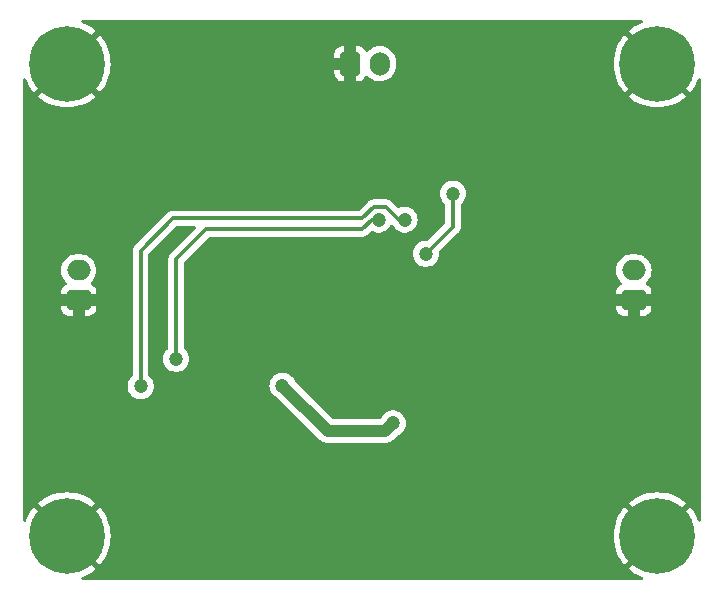
<source format=gbr>
%TF.GenerationSoftware,KiCad,Pcbnew,(7.0.0)*%
%TF.CreationDate,2023-02-19T13:16:31+01:00*%
%TF.ProjectId,TP microcontroleur,5450206d-6963-4726-9f63-6f6e74726f6c,rev?*%
%TF.SameCoordinates,Original*%
%TF.FileFunction,Copper,L2,Bot*%
%TF.FilePolarity,Positive*%
%FSLAX46Y46*%
G04 Gerber Fmt 4.6, Leading zero omitted, Abs format (unit mm)*
G04 Created by KiCad (PCBNEW (7.0.0)) date 2023-02-19 13:16:31*
%MOMM*%
%LPD*%
G01*
G04 APERTURE LIST*
G04 Aperture macros list*
%AMRoundRect*
0 Rectangle with rounded corners*
0 $1 Rounding radius*
0 $2 $3 $4 $5 $6 $7 $8 $9 X,Y pos of 4 corners*
0 Add a 4 corners polygon primitive as box body*
4,1,4,$2,$3,$4,$5,$6,$7,$8,$9,$2,$3,0*
0 Add four circle primitives for the rounded corners*
1,1,$1+$1,$2,$3*
1,1,$1+$1,$4,$5*
1,1,$1+$1,$6,$7*
1,1,$1+$1,$8,$9*
0 Add four rect primitives between the rounded corners*
20,1,$1+$1,$2,$3,$4,$5,0*
20,1,$1+$1,$4,$5,$6,$7,0*
20,1,$1+$1,$6,$7,$8,$9,0*
20,1,$1+$1,$8,$9,$2,$3,0*%
G04 Aperture macros list end*
%TA.AperFunction,ComponentPad*%
%ADD10RoundRect,0.250000X-0.600000X-0.750000X0.600000X-0.750000X0.600000X0.750000X-0.600000X0.750000X0*%
%TD*%
%TA.AperFunction,ComponentPad*%
%ADD11O,1.700000X2.000000*%
%TD*%
%TA.AperFunction,ComponentPad*%
%ADD12RoundRect,0.250000X0.750000X-0.600000X0.750000X0.600000X-0.750000X0.600000X-0.750000X-0.600000X0*%
%TD*%
%TA.AperFunction,ComponentPad*%
%ADD13O,2.000000X1.700000*%
%TD*%
%TA.AperFunction,ComponentPad*%
%ADD14C,6.400000*%
%TD*%
%TA.AperFunction,ViaPad*%
%ADD15C,1.200000*%
%TD*%
%TA.AperFunction,Conductor*%
%ADD16C,1.000000*%
%TD*%
%TA.AperFunction,Conductor*%
%ADD17C,0.300000*%
%TD*%
G04 APERTURE END LIST*
D10*
%TO.P,J2,1,Pin_1*%
%TO.N,GND*%
X112000000Y-122000000D03*
D11*
%TO.P,J2,2,Pin_2*%
%TO.N,+5V*%
X114499999Y-121999999D03*
%TD*%
D12*
%TO.P,J4,1,Pin_1*%
%TO.N,GND*%
X136000000Y-142000000D03*
D13*
%TO.P,J4,2,Pin_2*%
%TO.N,DAC_OUT*%
X135999999Y-139499999D03*
%TD*%
D14*
%TO.P,H4,1,1*%
%TO.N,GND*%
X88000000Y-162000000D03*
%TD*%
%TO.P,H3,1,1*%
%TO.N,GND*%
X138000000Y-162000000D03*
%TD*%
%TO.P,H2,1,1*%
%TO.N,GND*%
X138000000Y-122000000D03*
%TD*%
D12*
%TO.P,J3,1,Pin_1*%
%TO.N,GND*%
X89000000Y-142000000D03*
D13*
%TO.P,J3,2,Pin_2*%
%TO.N,ADC_IN1*%
X88999999Y-139499999D03*
%TD*%
D14*
%TO.P,H1,1,1*%
%TO.N,GND*%
X88000000Y-122000000D03*
%TD*%
D15*
%TO.N,SWDIO*%
X116599503Y-135200000D03*
%TO.N,SWDCLK*%
X114400000Y-135200000D03*
%TO.N,GND*%
X102400000Y-139300000D03*
X106600000Y-153000000D03*
X103600000Y-138400000D03*
%TO.N,TIM2_CH1*%
X120700000Y-133000000D03*
X118400000Y-138100000D03*
%TO.N,+3.3VA*%
X115600000Y-152459548D03*
X106250000Y-149250000D03*
%TO.N,GND*%
X112750000Y-158000000D03*
X105400000Y-151900000D03*
%TO.N,SWDIO*%
X94250000Y-149300000D03*
%TO.N,SWDCLK*%
X97250000Y-147000000D03*
%TD*%
D16*
%TO.N,GND*%
X89000000Y-142000000D02*
X89000000Y-143500000D01*
X89000000Y-142000000D02*
X87400000Y-142000000D01*
X89000000Y-142000000D02*
X90600000Y-142000000D01*
X136000000Y-142000000D02*
X136000000Y-143400000D01*
X136000000Y-142000000D02*
X134100000Y-142000000D01*
X136000000Y-142000000D02*
X137600000Y-142000000D01*
X112000000Y-122000000D02*
X112000000Y-123500000D01*
X112000000Y-122000000D02*
X110700000Y-122000000D01*
X112000000Y-122000000D02*
X112000000Y-120600000D01*
D17*
%TO.N,SWDIO*%
X116100000Y-135200000D02*
X116599503Y-135200000D01*
X113965075Y-134150000D02*
X115050000Y-134150000D01*
X113015075Y-135100000D02*
X113965075Y-134150000D01*
X115050000Y-134150000D02*
X116100000Y-135200000D01*
X97000000Y-135100000D02*
X113015075Y-135100000D01*
X94250000Y-137850000D02*
X97000000Y-135100000D01*
X94250000Y-149300000D02*
X94250000Y-137850000D01*
%TO.N,SWDCLK*%
X113000000Y-136000000D02*
X113800000Y-135200000D01*
X113800000Y-135200000D02*
X114400000Y-135200000D01*
X97250000Y-138550000D02*
X99800000Y-136000000D01*
X99800000Y-136000000D02*
X113000000Y-136000000D01*
X97250000Y-147000000D02*
X97250000Y-138550000D01*
%TO.N,TIM2_CH1*%
X120700000Y-135800000D02*
X120700000Y-133000000D01*
X118400000Y-138100000D02*
X120700000Y-135800000D01*
D16*
%TO.N,+3.3VA*%
X110100000Y-153100000D02*
X106250000Y-149250000D01*
X114959548Y-153100000D02*
X110100000Y-153100000D01*
X115600000Y-152459548D02*
X114959548Y-153100000D01*
%TD*%
%TA.AperFunction,Conductor*%
%TO.N,GND*%
G36*
X136644296Y-118300353D02*
G01*
X136709632Y-118318971D01*
X136755352Y-118369224D01*
X136767729Y-118436026D01*
X136743048Y-118499324D01*
X136688718Y-118540116D01*
X136496040Y-118614079D01*
X136490116Y-118616716D01*
X136150354Y-118789833D01*
X136144733Y-118793079D01*
X135824939Y-119000756D01*
X135819678Y-119004578D01*
X135578194Y-119200127D01*
X135570305Y-119211393D01*
X135576971Y-119223418D01*
X140776580Y-124423027D01*
X140788606Y-124429693D01*
X140799870Y-124421806D01*
X140995425Y-124180315D01*
X140999242Y-124175061D01*
X141206920Y-123855266D01*
X141210166Y-123849645D01*
X141383283Y-123509883D01*
X141385920Y-123503959D01*
X141459736Y-123311665D01*
X141500530Y-123257333D01*
X141563831Y-123232653D01*
X141630635Y-123245035D01*
X141680887Y-123290761D01*
X141699500Y-123356103D01*
X141699500Y-160643897D01*
X141680887Y-160709239D01*
X141630635Y-160754965D01*
X141563831Y-160767347D01*
X141500530Y-160742667D01*
X141459736Y-160688335D01*
X141385920Y-160496040D01*
X141383283Y-160490116D01*
X141210166Y-160150354D01*
X141206920Y-160144733D01*
X140999242Y-159824938D01*
X140995425Y-159819684D01*
X140799869Y-159578191D01*
X140788606Y-159570305D01*
X140776580Y-159576971D01*
X138000000Y-162353553D01*
X135576971Y-164776580D01*
X135570305Y-164788606D01*
X135578191Y-164799869D01*
X135819684Y-164995425D01*
X135824938Y-164999242D01*
X136144733Y-165206920D01*
X136150354Y-165210166D01*
X136490116Y-165383283D01*
X136496040Y-165385920D01*
X136688335Y-165459736D01*
X136742667Y-165500530D01*
X136767347Y-165563831D01*
X136754965Y-165630635D01*
X136709239Y-165680887D01*
X136643897Y-165699500D01*
X89356103Y-165699500D01*
X89290761Y-165680887D01*
X89245035Y-165630635D01*
X89232653Y-165563831D01*
X89257333Y-165500530D01*
X89311665Y-165459736D01*
X89503959Y-165385920D01*
X89509883Y-165383283D01*
X89849645Y-165210166D01*
X89855266Y-165206920D01*
X90175061Y-164999242D01*
X90180315Y-164995425D01*
X90421806Y-164799870D01*
X90429693Y-164788606D01*
X90423027Y-164776580D01*
X87646446Y-161999999D01*
X88358431Y-161999999D01*
X88365095Y-162011542D01*
X90776580Y-164423027D01*
X90788606Y-164429693D01*
X90799870Y-164421806D01*
X90995425Y-164180315D01*
X90999242Y-164175061D01*
X91206920Y-163855266D01*
X91210166Y-163849645D01*
X91383283Y-163509883D01*
X91385920Y-163503959D01*
X91522578Y-163147955D01*
X91524577Y-163141802D01*
X91623273Y-162773462D01*
X91624621Y-162767120D01*
X91684273Y-162390491D01*
X91684950Y-162384048D01*
X91704908Y-162003244D01*
X134295092Y-162003244D01*
X134315049Y-162384048D01*
X134315726Y-162390491D01*
X134375378Y-162767120D01*
X134376726Y-162773462D01*
X134475422Y-163141802D01*
X134477421Y-163147955D01*
X134614079Y-163503959D01*
X134616716Y-163509883D01*
X134789833Y-163849645D01*
X134793079Y-163855266D01*
X135000757Y-164175061D01*
X135004574Y-164180315D01*
X135200129Y-164421807D01*
X135211392Y-164429693D01*
X135223418Y-164423027D01*
X137634904Y-162011542D01*
X137641568Y-161999999D01*
X137634904Y-161988457D01*
X135223418Y-159576971D01*
X135211393Y-159570305D01*
X135200127Y-159578194D01*
X135004578Y-159819678D01*
X135000756Y-159824939D01*
X134793079Y-160144733D01*
X134789833Y-160150354D01*
X134616716Y-160490116D01*
X134614079Y-160496040D01*
X134477421Y-160852044D01*
X134475422Y-160858197D01*
X134376726Y-161226537D01*
X134375378Y-161232879D01*
X134315726Y-161609508D01*
X134315049Y-161615951D01*
X134295092Y-161996756D01*
X134295092Y-162003244D01*
X91704908Y-162003244D01*
X91704908Y-161996756D01*
X91684950Y-161615951D01*
X91684273Y-161609508D01*
X91624621Y-161232879D01*
X91623273Y-161226537D01*
X91524577Y-160858197D01*
X91522578Y-160852044D01*
X91385920Y-160496040D01*
X91383283Y-160490116D01*
X91210166Y-160150354D01*
X91206920Y-160144733D01*
X90999242Y-159824938D01*
X90995425Y-159819684D01*
X90799869Y-159578191D01*
X90788606Y-159570305D01*
X90776580Y-159576971D01*
X88365095Y-161988457D01*
X88358431Y-161999999D01*
X87646446Y-161999999D01*
X85223418Y-159576971D01*
X85211393Y-159570305D01*
X85200127Y-159578194D01*
X85004578Y-159819678D01*
X85000756Y-159824939D01*
X84793079Y-160144733D01*
X84789833Y-160150354D01*
X84616716Y-160490116D01*
X84614079Y-160496040D01*
X84540264Y-160688335D01*
X84499470Y-160742667D01*
X84436169Y-160767347D01*
X84369365Y-160754965D01*
X84319113Y-160709239D01*
X84300500Y-160643897D01*
X84300500Y-159211393D01*
X85570305Y-159211393D01*
X85576971Y-159223418D01*
X87988457Y-161634904D01*
X88000000Y-161641568D01*
X88011542Y-161634904D01*
X90423027Y-159223418D01*
X90429692Y-159211393D01*
X135570305Y-159211393D01*
X135576971Y-159223418D01*
X137988457Y-161634904D01*
X138000000Y-161641568D01*
X138011542Y-161634904D01*
X140423027Y-159223418D01*
X140429693Y-159211392D01*
X140421807Y-159200129D01*
X140180315Y-159004574D01*
X140175061Y-159000757D01*
X139855266Y-158793079D01*
X139849645Y-158789833D01*
X139509883Y-158616716D01*
X139503959Y-158614079D01*
X139147955Y-158477421D01*
X139141802Y-158475422D01*
X138773462Y-158376726D01*
X138767120Y-158375378D01*
X138390491Y-158315726D01*
X138384048Y-158315049D01*
X138003244Y-158295092D01*
X137996756Y-158295092D01*
X137615951Y-158315049D01*
X137609508Y-158315726D01*
X137232879Y-158375378D01*
X137226537Y-158376726D01*
X136858197Y-158475422D01*
X136852044Y-158477421D01*
X136496040Y-158614079D01*
X136490116Y-158616716D01*
X136150354Y-158789833D01*
X136144733Y-158793079D01*
X135824939Y-159000756D01*
X135819678Y-159004578D01*
X135578194Y-159200127D01*
X135570305Y-159211393D01*
X90429692Y-159211393D01*
X90429693Y-159211392D01*
X90421807Y-159200129D01*
X90180315Y-159004574D01*
X90175061Y-159000757D01*
X89855266Y-158793079D01*
X89849645Y-158789833D01*
X89509883Y-158616716D01*
X89503959Y-158614079D01*
X89147955Y-158477421D01*
X89141802Y-158475422D01*
X88773462Y-158376726D01*
X88767120Y-158375378D01*
X88390491Y-158315726D01*
X88384048Y-158315049D01*
X88003244Y-158295092D01*
X87996756Y-158295092D01*
X87615951Y-158315049D01*
X87609508Y-158315726D01*
X87232879Y-158375378D01*
X87226537Y-158376726D01*
X86858197Y-158475422D01*
X86852044Y-158477421D01*
X86496040Y-158614079D01*
X86490116Y-158616716D01*
X86150354Y-158789833D01*
X86144733Y-158793079D01*
X85824939Y-159000756D01*
X85819678Y-159004578D01*
X85578194Y-159200127D01*
X85570305Y-159211393D01*
X84300500Y-159211393D01*
X84300500Y-149300000D01*
X93144785Y-149300000D01*
X93145314Y-149305709D01*
X93159481Y-149458604D01*
X93163603Y-149503083D01*
X93165171Y-149508594D01*
X93165173Y-149508604D01*
X93217847Y-149693731D01*
X93217849Y-149693737D01*
X93219418Y-149699250D01*
X93310327Y-149881821D01*
X93313779Y-149886392D01*
X93429778Y-150040001D01*
X93429783Y-150040006D01*
X93433236Y-150044579D01*
X93437472Y-150048440D01*
X93437476Y-150048445D01*
X93532420Y-150134997D01*
X93583959Y-150181981D01*
X93757363Y-150289348D01*
X93947544Y-150363024D01*
X94148024Y-150400500D01*
X94346247Y-150400500D01*
X94351976Y-150400500D01*
X94552456Y-150363024D01*
X94742637Y-150289348D01*
X94916041Y-150181981D01*
X95066764Y-150044579D01*
X95189673Y-149881821D01*
X95280582Y-149699250D01*
X95336397Y-149503083D01*
X95355215Y-149300000D01*
X95350582Y-149250000D01*
X105144785Y-149250000D01*
X105163603Y-149453083D01*
X105165171Y-149458594D01*
X105165173Y-149458604D01*
X105217847Y-149643731D01*
X105217849Y-149643737D01*
X105219418Y-149649250D01*
X105310327Y-149831821D01*
X105313779Y-149836392D01*
X105429778Y-149990001D01*
X105429783Y-149990006D01*
X105433236Y-149994579D01*
X105437472Y-149998440D01*
X105437476Y-149998445D01*
X105488083Y-150044579D01*
X105583959Y-150131981D01*
X105757363Y-150239348D01*
X105762704Y-150241417D01*
X105762708Y-150241419D01*
X105842446Y-150272309D01*
X105885334Y-150300255D01*
X109382431Y-153797351D01*
X109384624Y-153799600D01*
X109444941Y-153863053D01*
X109450100Y-153866644D01*
X109450104Y-153866647D01*
X109493362Y-153896755D01*
X109500871Y-153902416D01*
X109546593Y-153939698D01*
X109552171Y-153942611D01*
X109552170Y-153942611D01*
X109573556Y-153953782D01*
X109586980Y-153961915D01*
X109611951Y-153979295D01*
X109666163Y-154002559D01*
X109674673Y-154006601D01*
X109726951Y-154033909D01*
X109756195Y-154042276D01*
X109770979Y-154047539D01*
X109798942Y-154059540D01*
X109856727Y-154071414D01*
X109865869Y-154073657D01*
X109922582Y-154089886D01*
X109928857Y-154090363D01*
X109928858Y-154090364D01*
X109932331Y-154090628D01*
X109952915Y-154092195D01*
X109968459Y-154094376D01*
X109992096Y-154099234D01*
X109992100Y-154099234D01*
X109998259Y-154100500D01*
X110057244Y-154100500D01*
X110066660Y-154100858D01*
X110125476Y-154105337D01*
X110155651Y-154101493D01*
X110171317Y-154100500D01*
X114945270Y-154100500D01*
X114948410Y-154100539D01*
X115035911Y-154102757D01*
X115094006Y-154092344D01*
X115103287Y-154091042D01*
X115161986Y-154085074D01*
X115191012Y-154075966D01*
X115206261Y-154072224D01*
X115236201Y-154066858D01*
X115290971Y-154044980D01*
X115299851Y-154041818D01*
X115319542Y-154035640D01*
X115356136Y-154024159D01*
X115382742Y-154009390D01*
X115396910Y-154002662D01*
X115425165Y-153991377D01*
X115474439Y-153958902D01*
X115482458Y-153954043D01*
X115534050Y-153925409D01*
X115545509Y-153915570D01*
X115557131Y-153905594D01*
X115569673Y-153896137D01*
X115595067Y-153879402D01*
X115636779Y-153837688D01*
X115643680Y-153831293D01*
X115688443Y-153792866D01*
X115707072Y-153768798D01*
X115717432Y-153757035D01*
X115964666Y-153509801D01*
X116007552Y-153481857D01*
X116087288Y-153450968D01*
X116087286Y-153450968D01*
X116092637Y-153448896D01*
X116266041Y-153341529D01*
X116416764Y-153204127D01*
X116539673Y-153041369D01*
X116630582Y-152858798D01*
X116686397Y-152662631D01*
X116705215Y-152459548D01*
X116686397Y-152256465D01*
X116630582Y-152060298D01*
X116539673Y-151877727D01*
X116491176Y-151813507D01*
X116420221Y-151719546D01*
X116420217Y-151719542D01*
X116416764Y-151714969D01*
X116412527Y-151711106D01*
X116412523Y-151711102D01*
X116270275Y-151581427D01*
X116270276Y-151581427D01*
X116266041Y-151577567D01*
X116261171Y-151574552D01*
X116261169Y-151574550D01*
X116097511Y-151473218D01*
X116097512Y-151473218D01*
X116092637Y-151470200D01*
X116087294Y-151468130D01*
X115907803Y-151398595D01*
X115907798Y-151398593D01*
X115902456Y-151396524D01*
X115896818Y-151395470D01*
X115707605Y-151360100D01*
X115707602Y-151360099D01*
X115701976Y-151359048D01*
X115498024Y-151359048D01*
X115492398Y-151360099D01*
X115492394Y-151360100D01*
X115303181Y-151395470D01*
X115303178Y-151395470D01*
X115297544Y-151396524D01*
X115292203Y-151398592D01*
X115292196Y-151398595D01*
X115112705Y-151468130D01*
X115112700Y-151468132D01*
X115107363Y-151470200D01*
X115102491Y-151473216D01*
X115102488Y-151473218D01*
X114938830Y-151574550D01*
X114938822Y-151574555D01*
X114933959Y-151577567D01*
X114929728Y-151581423D01*
X114929724Y-151581427D01*
X114787476Y-151711102D01*
X114787466Y-151711112D01*
X114783236Y-151714969D01*
X114779787Y-151719535D01*
X114779778Y-151719546D01*
X114663779Y-151873155D01*
X114663776Y-151873159D01*
X114660327Y-151877727D01*
X114657774Y-151882852D01*
X114657772Y-151882857D01*
X114584121Y-152030771D01*
X114538399Y-152080927D01*
X114473121Y-152099500D01*
X110565783Y-152099500D01*
X110518330Y-152090061D01*
X110478102Y-152063181D01*
X107307582Y-148892662D01*
X107280822Y-148851594D01*
X107280582Y-148850750D01*
X107189673Y-148668179D01*
X107107979Y-148559998D01*
X107070221Y-148509998D01*
X107070217Y-148509994D01*
X107066764Y-148505421D01*
X107062527Y-148501558D01*
X107062523Y-148501554D01*
X106920275Y-148371879D01*
X106920276Y-148371879D01*
X106916041Y-148368019D01*
X106911171Y-148365004D01*
X106911169Y-148365002D01*
X106747511Y-148263670D01*
X106747512Y-148263670D01*
X106742637Y-148260652D01*
X106737294Y-148258582D01*
X106557803Y-148189047D01*
X106557798Y-148189045D01*
X106552456Y-148186976D01*
X106546818Y-148185922D01*
X106357605Y-148150552D01*
X106357602Y-148150551D01*
X106351976Y-148149500D01*
X106148024Y-148149500D01*
X106142398Y-148150551D01*
X106142394Y-148150552D01*
X105953181Y-148185922D01*
X105953178Y-148185922D01*
X105947544Y-148186976D01*
X105942203Y-148189044D01*
X105942196Y-148189047D01*
X105762705Y-148258582D01*
X105762700Y-148258584D01*
X105757363Y-148260652D01*
X105752491Y-148263668D01*
X105752488Y-148263670D01*
X105588830Y-148365002D01*
X105588822Y-148365007D01*
X105583959Y-148368019D01*
X105579728Y-148371875D01*
X105579724Y-148371879D01*
X105437476Y-148501554D01*
X105437466Y-148501564D01*
X105433236Y-148505421D01*
X105429787Y-148509987D01*
X105429778Y-148509998D01*
X105313779Y-148663607D01*
X105313776Y-148663611D01*
X105310327Y-148668179D01*
X105307774Y-148673304D01*
X105307772Y-148673309D01*
X105221976Y-148845612D01*
X105219418Y-148850750D01*
X105217850Y-148856258D01*
X105217847Y-148856268D01*
X105165173Y-149041395D01*
X105165170Y-149041406D01*
X105163603Y-149046917D01*
X105163073Y-149052627D01*
X105163073Y-149052632D01*
X105158970Y-149096917D01*
X105144785Y-149250000D01*
X95350582Y-149250000D01*
X95336397Y-149096917D01*
X95320599Y-149041395D01*
X95282152Y-148906268D01*
X95280582Y-148900750D01*
X95189673Y-148718179D01*
X95141176Y-148653959D01*
X95070221Y-148559998D01*
X95070217Y-148559994D01*
X95066764Y-148555421D01*
X95062527Y-148551558D01*
X95062523Y-148551554D01*
X94940962Y-148440737D01*
X94911066Y-148399186D01*
X94900500Y-148349100D01*
X94900500Y-138170808D01*
X94909939Y-138123355D01*
X94936819Y-138083127D01*
X97233127Y-135786819D01*
X97273355Y-135759939D01*
X97320808Y-135750500D01*
X98830192Y-135750500D01*
X98886487Y-135764015D01*
X98930510Y-135801615D01*
X98952665Y-135855102D01*
X98948123Y-135912818D01*
X98917873Y-135962181D01*
X96847354Y-138032698D01*
X96838719Y-138040556D01*
X96838639Y-138040621D01*
X96832060Y-138044798D01*
X96826727Y-138050476D01*
X96826722Y-138050481D01*
X96784132Y-138095834D01*
X96781428Y-138098625D01*
X96761089Y-138118965D01*
X96758712Y-138122028D01*
X96758688Y-138122056D01*
X96758363Y-138122476D01*
X96750807Y-138131321D01*
X96724892Y-138158919D01*
X96724887Y-138158924D01*
X96719552Y-138164607D01*
X96715797Y-138171436D01*
X96715789Y-138171448D01*
X96709321Y-138183213D01*
X96698647Y-138199464D01*
X96685638Y-138216236D01*
X96682541Y-138223391D01*
X96682540Y-138223394D01*
X96667506Y-138258133D01*
X96662370Y-138268616D01*
X96644130Y-138301796D01*
X96644127Y-138301802D01*
X96640373Y-138308632D01*
X96638434Y-138316180D01*
X96638431Y-138316190D01*
X96635089Y-138329204D01*
X96628792Y-138347596D01*
X96623464Y-138359910D01*
X96623462Y-138359916D01*
X96620365Y-138367074D01*
X96619145Y-138374772D01*
X96619144Y-138374778D01*
X96613223Y-138412162D01*
X96610855Y-138423593D01*
X96599500Y-138467823D01*
X96599500Y-138475625D01*
X96599500Y-138489046D01*
X96597973Y-138508445D01*
X96595873Y-138521697D01*
X96595872Y-138521704D01*
X96594653Y-138529405D01*
X96595387Y-138537170D01*
X96595387Y-138537172D01*
X96598950Y-138574860D01*
X96599500Y-138586530D01*
X96599500Y-146049100D01*
X96588934Y-146099186D01*
X96559038Y-146140737D01*
X96437476Y-146251554D01*
X96437466Y-146251564D01*
X96433236Y-146255421D01*
X96429787Y-146259987D01*
X96429778Y-146259998D01*
X96313779Y-146413607D01*
X96313776Y-146413611D01*
X96310327Y-146418179D01*
X96307774Y-146423304D01*
X96307772Y-146423309D01*
X96221976Y-146595612D01*
X96219418Y-146600750D01*
X96217850Y-146606258D01*
X96217847Y-146606268D01*
X96165173Y-146791395D01*
X96165170Y-146791406D01*
X96163603Y-146796917D01*
X96144785Y-147000000D01*
X96163603Y-147203083D01*
X96165171Y-147208594D01*
X96165173Y-147208604D01*
X96217847Y-147393731D01*
X96217849Y-147393737D01*
X96219418Y-147399250D01*
X96310327Y-147581821D01*
X96313779Y-147586392D01*
X96429778Y-147740001D01*
X96429783Y-147740006D01*
X96433236Y-147744579D01*
X96437472Y-147748440D01*
X96437476Y-147748445D01*
X96539227Y-147841203D01*
X96583959Y-147881981D01*
X96757363Y-147989348D01*
X96947544Y-148063024D01*
X97148024Y-148100500D01*
X97346247Y-148100500D01*
X97351976Y-148100500D01*
X97552456Y-148063024D01*
X97742637Y-147989348D01*
X97916041Y-147881981D01*
X98066764Y-147744579D01*
X98189673Y-147581821D01*
X98280582Y-147399250D01*
X98336397Y-147203083D01*
X98355215Y-147000000D01*
X98336397Y-146796917D01*
X98280582Y-146600750D01*
X98189673Y-146418179D01*
X98141176Y-146353959D01*
X98070221Y-146259998D01*
X98070217Y-146259994D01*
X98066764Y-146255421D01*
X98062527Y-146251558D01*
X98062523Y-146251554D01*
X97940962Y-146140737D01*
X97911066Y-146099186D01*
X97900500Y-146049100D01*
X97900500Y-142646829D01*
X134500001Y-142646829D01*
X134500321Y-142653111D01*
X134509805Y-142745959D01*
X134512623Y-142759122D01*
X134563370Y-142912267D01*
X134569432Y-142925266D01*
X134653890Y-143062194D01*
X134662794Y-143073455D01*
X134776544Y-143187205D01*
X134787805Y-143196109D01*
X134924733Y-143280567D01*
X134937732Y-143286629D01*
X135090874Y-143337375D01*
X135104041Y-143340194D01*
X135196890Y-143349680D01*
X135203168Y-143350000D01*
X135733674Y-143350000D01*
X135746549Y-143346549D01*
X135750000Y-143333674D01*
X135750000Y-143333673D01*
X136250000Y-143333673D01*
X136253450Y-143346548D01*
X136266326Y-143349999D01*
X136796829Y-143349999D01*
X136803111Y-143349678D01*
X136895959Y-143340194D01*
X136909122Y-143337376D01*
X137062267Y-143286629D01*
X137075266Y-143280567D01*
X137212194Y-143196109D01*
X137223455Y-143187205D01*
X137337205Y-143073455D01*
X137346109Y-143062194D01*
X137430567Y-142925266D01*
X137436629Y-142912267D01*
X137487375Y-142759125D01*
X137490194Y-142745958D01*
X137499680Y-142653109D01*
X137500000Y-142646832D01*
X137500000Y-142266326D01*
X137496549Y-142253450D01*
X137483674Y-142250000D01*
X136266326Y-142250000D01*
X136253450Y-142253450D01*
X136250000Y-142266326D01*
X136250000Y-143333673D01*
X135750000Y-143333673D01*
X135750000Y-142266326D01*
X135746549Y-142253450D01*
X135733674Y-142250000D01*
X134516327Y-142250000D01*
X134503451Y-142253450D01*
X134500001Y-142266326D01*
X134500001Y-142646829D01*
X97900500Y-142646829D01*
X97900500Y-139500000D01*
X134494341Y-139500000D01*
X134514937Y-139735408D01*
X134516336Y-139740630D01*
X134516337Y-139740634D01*
X134574694Y-139958430D01*
X134574697Y-139958438D01*
X134576097Y-139963663D01*
X134675965Y-140177829D01*
X134811505Y-140371401D01*
X134815334Y-140375230D01*
X134959643Y-140519539D01*
X134990222Y-140569930D01*
X134994079Y-140628746D01*
X134970343Y-140682699D01*
X134930357Y-140714797D01*
X134930878Y-140715642D01*
X134787805Y-140803890D01*
X134776544Y-140812794D01*
X134662794Y-140926544D01*
X134653890Y-140937805D01*
X134569432Y-141074733D01*
X134563370Y-141087732D01*
X134512624Y-141240874D01*
X134509805Y-141254041D01*
X134500319Y-141346890D01*
X134500000Y-141353168D01*
X134500000Y-141733674D01*
X134503450Y-141746549D01*
X134516326Y-141750000D01*
X137483673Y-141750000D01*
X137496548Y-141746549D01*
X137499999Y-141733674D01*
X137499999Y-141353171D01*
X137499678Y-141346888D01*
X137490194Y-141254040D01*
X137487376Y-141240877D01*
X137436629Y-141087732D01*
X137430567Y-141074733D01*
X137346109Y-140937805D01*
X137337205Y-140926544D01*
X137223455Y-140812794D01*
X137212194Y-140803890D01*
X137069122Y-140715642D01*
X137069643Y-140714796D01*
X137029659Y-140682704D01*
X137005920Y-140628750D01*
X137009777Y-140569931D01*
X137040352Y-140519543D01*
X137188495Y-140371401D01*
X137324035Y-140177830D01*
X137423903Y-139963663D01*
X137485063Y-139735408D01*
X137505659Y-139500000D01*
X137485063Y-139264592D01*
X137423903Y-139036337D01*
X137324035Y-138822171D01*
X137188495Y-138628599D01*
X137021401Y-138461505D01*
X136950932Y-138412162D01*
X136832268Y-138329073D01*
X136832266Y-138329072D01*
X136827829Y-138325965D01*
X136613663Y-138226097D01*
X136608438Y-138224697D01*
X136608430Y-138224694D01*
X136390634Y-138166337D01*
X136390630Y-138166336D01*
X136385408Y-138164937D01*
X136380020Y-138164465D01*
X136380017Y-138164465D01*
X136211664Y-138149736D01*
X136211662Y-138149735D01*
X136208966Y-138149500D01*
X135791034Y-138149500D01*
X135788338Y-138149735D01*
X135788335Y-138149736D01*
X135619982Y-138164465D01*
X135619977Y-138164465D01*
X135614592Y-138164937D01*
X135609371Y-138166335D01*
X135609365Y-138166337D01*
X135391569Y-138224694D01*
X135391557Y-138224698D01*
X135386337Y-138226097D01*
X135381432Y-138228383D01*
X135381427Y-138228386D01*
X135177081Y-138323675D01*
X135177077Y-138323677D01*
X135172171Y-138325965D01*
X135167738Y-138329068D01*
X135167731Y-138329073D01*
X134983034Y-138458399D01*
X134983029Y-138458402D01*
X134978599Y-138461505D01*
X134974775Y-138465328D01*
X134974769Y-138465334D01*
X134815336Y-138624767D01*
X134815330Y-138624773D01*
X134811505Y-138628599D01*
X134808406Y-138633023D01*
X134808399Y-138633033D01*
X134679066Y-138817740D01*
X134679061Y-138817747D01*
X134675965Y-138822170D01*
X134673683Y-138827061D01*
X134673678Y-138827072D01*
X134578386Y-139031427D01*
X134578383Y-139031432D01*
X134576097Y-139036337D01*
X134574698Y-139041557D01*
X134574694Y-139041569D01*
X134516337Y-139259365D01*
X134516335Y-139259371D01*
X134514937Y-139264592D01*
X134494341Y-139500000D01*
X97900500Y-139500000D01*
X97900500Y-138870808D01*
X97909939Y-138823355D01*
X97936819Y-138783127D01*
X98619946Y-138100000D01*
X117294785Y-138100000D01*
X117295314Y-138105709D01*
X117305555Y-138216236D01*
X117313603Y-138303083D01*
X117315171Y-138308594D01*
X117315173Y-138308604D01*
X117367847Y-138493731D01*
X117367849Y-138493737D01*
X117369418Y-138499250D01*
X117460327Y-138681821D01*
X117463779Y-138686392D01*
X117579778Y-138840001D01*
X117579783Y-138840006D01*
X117583236Y-138844579D01*
X117587472Y-138848440D01*
X117587476Y-138848445D01*
X117689227Y-138941203D01*
X117733959Y-138981981D01*
X117907363Y-139089348D01*
X118097544Y-139163024D01*
X118298024Y-139200500D01*
X118496247Y-139200500D01*
X118501976Y-139200500D01*
X118702456Y-139163024D01*
X118892637Y-139089348D01*
X119066041Y-138981981D01*
X119216764Y-138844579D01*
X119339673Y-138681821D01*
X119430582Y-138499250D01*
X119486397Y-138303083D01*
X119505215Y-138100000D01*
X119494873Y-137988399D01*
X119501713Y-137934851D01*
X119530661Y-137889283D01*
X121102656Y-136317288D01*
X121111291Y-136309432D01*
X121111347Y-136309385D01*
X121117940Y-136305202D01*
X121165897Y-136254131D01*
X121168515Y-136251429D01*
X121188911Y-136231035D01*
X121191610Y-136227554D01*
X121199174Y-136218695D01*
X121230448Y-136185393D01*
X121240674Y-136166790D01*
X121251346Y-136150542D01*
X121264362Y-136133764D01*
X121282495Y-136091857D01*
X121287625Y-136081386D01*
X121309627Y-136041368D01*
X121314906Y-136020802D01*
X121321210Y-136002395D01*
X121322785Y-135998753D01*
X121329635Y-135982927D01*
X121336777Y-135937829D01*
X121339139Y-135926422D01*
X121350500Y-135882177D01*
X121350500Y-135860948D01*
X121352027Y-135841550D01*
X121354125Y-135828303D01*
X121355346Y-135820595D01*
X121351669Y-135781699D01*
X121351050Y-135775147D01*
X121350500Y-135763478D01*
X121350500Y-133950900D01*
X121361066Y-133900814D01*
X121390962Y-133859263D01*
X121512523Y-133748445D01*
X121516764Y-133744579D01*
X121639673Y-133581821D01*
X121730582Y-133399250D01*
X121786397Y-133203083D01*
X121805215Y-133000000D01*
X121786397Y-132796917D01*
X121730582Y-132600750D01*
X121639673Y-132418179D01*
X121591176Y-132353959D01*
X121520221Y-132259998D01*
X121520217Y-132259994D01*
X121516764Y-132255421D01*
X121512527Y-132251558D01*
X121512523Y-132251554D01*
X121370275Y-132121879D01*
X121370276Y-132121879D01*
X121366041Y-132118019D01*
X121361171Y-132115004D01*
X121361169Y-132115002D01*
X121197511Y-132013670D01*
X121197512Y-132013670D01*
X121192637Y-132010652D01*
X121187294Y-132008582D01*
X121007803Y-131939047D01*
X121007798Y-131939045D01*
X121002456Y-131936976D01*
X120996818Y-131935922D01*
X120807605Y-131900552D01*
X120807602Y-131900551D01*
X120801976Y-131899500D01*
X120598024Y-131899500D01*
X120592398Y-131900551D01*
X120592394Y-131900552D01*
X120403181Y-131935922D01*
X120403178Y-131935922D01*
X120397544Y-131936976D01*
X120392203Y-131939044D01*
X120392196Y-131939047D01*
X120212705Y-132008582D01*
X120212700Y-132008584D01*
X120207363Y-132010652D01*
X120202491Y-132013668D01*
X120202488Y-132013670D01*
X120038830Y-132115002D01*
X120038822Y-132115007D01*
X120033959Y-132118019D01*
X120029728Y-132121875D01*
X120029724Y-132121879D01*
X119887476Y-132251554D01*
X119887466Y-132251564D01*
X119883236Y-132255421D01*
X119879787Y-132259987D01*
X119879778Y-132259998D01*
X119763779Y-132413607D01*
X119763776Y-132413611D01*
X119760327Y-132418179D01*
X119757774Y-132423304D01*
X119757772Y-132423309D01*
X119671976Y-132595612D01*
X119669418Y-132600750D01*
X119667850Y-132606258D01*
X119667847Y-132606268D01*
X119615173Y-132791395D01*
X119615170Y-132791406D01*
X119613603Y-132796917D01*
X119594785Y-133000000D01*
X119613603Y-133203083D01*
X119615171Y-133208594D01*
X119615173Y-133208604D01*
X119667847Y-133393731D01*
X119667849Y-133393737D01*
X119669418Y-133399250D01*
X119760327Y-133581821D01*
X119763779Y-133586392D01*
X119879778Y-133740001D01*
X119879783Y-133740006D01*
X119883236Y-133744579D01*
X119887472Y-133748440D01*
X119887476Y-133748445D01*
X120009038Y-133859263D01*
X120038934Y-133900814D01*
X120049500Y-133950900D01*
X120049500Y-135479192D01*
X120040061Y-135526645D01*
X120013181Y-135566873D01*
X118614395Y-136965657D01*
X118563402Y-136996424D01*
X118513483Y-136999315D01*
X118513320Y-137001082D01*
X118507608Y-137000552D01*
X118501976Y-136999500D01*
X118298024Y-136999500D01*
X118292398Y-137000551D01*
X118292394Y-137000552D01*
X118103181Y-137035922D01*
X118103178Y-137035922D01*
X118097544Y-137036976D01*
X118092203Y-137039044D01*
X118092196Y-137039047D01*
X117912705Y-137108582D01*
X117912700Y-137108584D01*
X117907363Y-137110652D01*
X117902491Y-137113668D01*
X117902488Y-137113670D01*
X117738830Y-137215002D01*
X117738822Y-137215007D01*
X117733959Y-137218019D01*
X117729728Y-137221875D01*
X117729724Y-137221879D01*
X117587476Y-137351554D01*
X117587466Y-137351564D01*
X117583236Y-137355421D01*
X117579787Y-137359987D01*
X117579778Y-137359998D01*
X117463779Y-137513607D01*
X117463776Y-137513611D01*
X117460327Y-137518179D01*
X117457774Y-137523304D01*
X117457772Y-137523309D01*
X117382350Y-137674778D01*
X117369418Y-137700750D01*
X117367850Y-137706258D01*
X117367847Y-137706268D01*
X117315173Y-137891395D01*
X117315170Y-137891406D01*
X117313603Y-137896917D01*
X117313073Y-137902627D01*
X117313073Y-137902632D01*
X117296348Y-138083127D01*
X117294785Y-138100000D01*
X98619946Y-138100000D01*
X100033127Y-136686819D01*
X100073355Y-136659939D01*
X100120808Y-136650500D01*
X112918927Y-136650500D01*
X112930596Y-136651050D01*
X112930681Y-136651058D01*
X112938296Y-136652760D01*
X113008262Y-136650560D01*
X113012157Y-136650500D01*
X113037025Y-136650500D01*
X113040925Y-136650500D01*
X113045294Y-136649947D01*
X113056939Y-136649030D01*
X113102569Y-136647597D01*
X113122951Y-136641674D01*
X113141991Y-136637731D01*
X113163058Y-136635071D01*
X113180306Y-136628241D01*
X113205508Y-136618264D01*
X113216557Y-136614480D01*
X113260398Y-136601744D01*
X113278660Y-136590942D01*
X113296136Y-136582380D01*
X113315871Y-136574568D01*
X113352816Y-136547725D01*
X113362558Y-136541326D01*
X113401865Y-136518081D01*
X113416869Y-136503076D01*
X113431664Y-136490438D01*
X113448837Y-136477963D01*
X113477947Y-136442772D01*
X113485790Y-136434154D01*
X113728743Y-136191201D01*
X113775211Y-136161932D01*
X113829766Y-136155604D01*
X113881700Y-136173457D01*
X113907363Y-136189348D01*
X114097544Y-136263024D01*
X114298024Y-136300500D01*
X114496247Y-136300500D01*
X114501976Y-136300500D01*
X114702456Y-136263024D01*
X114892637Y-136189348D01*
X115066041Y-136081981D01*
X115216764Y-135944579D01*
X115339673Y-135781821D01*
X115388753Y-135683252D01*
X115434473Y-135633101D01*
X115499750Y-135614528D01*
X115565028Y-135633101D01*
X115610750Y-135683255D01*
X115659830Y-135781821D01*
X115663282Y-135786392D01*
X115779281Y-135940001D01*
X115779286Y-135940006D01*
X115782739Y-135944579D01*
X115786975Y-135948440D01*
X115786979Y-135948445D01*
X115888730Y-136041203D01*
X115933462Y-136081981D01*
X116106866Y-136189348D01*
X116297047Y-136263024D01*
X116497527Y-136300500D01*
X116695750Y-136300500D01*
X116701479Y-136300500D01*
X116901959Y-136263024D01*
X117092140Y-136189348D01*
X117265544Y-136081981D01*
X117416267Y-135944579D01*
X117539176Y-135781821D01*
X117630085Y-135599250D01*
X117685900Y-135403083D01*
X117704718Y-135200000D01*
X117685900Y-134996917D01*
X117630085Y-134800750D01*
X117539176Y-134618179D01*
X117489397Y-134552261D01*
X117419724Y-134459998D01*
X117419720Y-134459994D01*
X117416267Y-134455421D01*
X117412030Y-134451558D01*
X117412026Y-134451554D01*
X117269778Y-134321879D01*
X117269779Y-134321879D01*
X117265544Y-134318019D01*
X117260674Y-134315004D01*
X117260672Y-134315002D01*
X117097014Y-134213670D01*
X117097015Y-134213670D01*
X117092140Y-134210652D01*
X117086797Y-134208582D01*
X116907306Y-134139047D01*
X116907301Y-134139045D01*
X116901959Y-134136976D01*
X116896321Y-134135922D01*
X116707108Y-134100552D01*
X116707105Y-134100551D01*
X116701479Y-134099500D01*
X116497527Y-134099500D01*
X116491901Y-134100551D01*
X116491897Y-134100552D01*
X116302684Y-134135922D01*
X116302681Y-134135922D01*
X116297047Y-134136976D01*
X116291708Y-134139044D01*
X116291695Y-134139048D01*
X116127234Y-134202760D01*
X116080531Y-134211118D01*
X116034107Y-134201325D01*
X115994760Y-134174814D01*
X115567299Y-133747353D01*
X115559436Y-133738712D01*
X115559382Y-133738647D01*
X115555202Y-133732060D01*
X115504166Y-133684134D01*
X115501369Y-133681423D01*
X115483789Y-133663843D01*
X115481035Y-133661089D01*
X115477956Y-133658701D01*
X115477951Y-133658696D01*
X115477548Y-133658383D01*
X115468669Y-133650799D01*
X115441085Y-133624896D01*
X115441079Y-133624892D01*
X115435393Y-133619552D01*
X115428557Y-133615794D01*
X115428556Y-133615793D01*
X115416794Y-133609327D01*
X115400531Y-133598644D01*
X115389924Y-133590416D01*
X115389922Y-133590415D01*
X115383764Y-133585638D01*
X115376612Y-133582543D01*
X115376607Y-133582540D01*
X115341869Y-133567508D01*
X115331379Y-133562369D01*
X115298207Y-133544132D01*
X115298202Y-133544130D01*
X115291368Y-133540373D01*
X115270796Y-133535090D01*
X115252397Y-133528790D01*
X115240087Y-133523463D01*
X115240081Y-133523461D01*
X115232926Y-133520365D01*
X115225227Y-133519145D01*
X115225222Y-133519144D01*
X115187837Y-133513223D01*
X115176399Y-133510854D01*
X115139735Y-133501440D01*
X115139730Y-133501439D01*
X115132177Y-133499500D01*
X115124375Y-133499500D01*
X115110954Y-133499500D01*
X115091555Y-133497973D01*
X115078302Y-133495873D01*
X115078296Y-133495872D01*
X115070595Y-133494653D01*
X115062829Y-133495387D01*
X115062827Y-133495387D01*
X115025140Y-133498950D01*
X115013470Y-133499500D01*
X114046148Y-133499500D01*
X114034479Y-133498950D01*
X114034392Y-133498941D01*
X114026779Y-133497240D01*
X114018981Y-133497485D01*
X113956813Y-133499439D01*
X113952918Y-133499500D01*
X113924150Y-133499500D01*
X113920282Y-133499988D01*
X113920273Y-133499989D01*
X113919751Y-133500055D01*
X113908134Y-133500968D01*
X113870300Y-133502157D01*
X113870292Y-133502158D01*
X113862506Y-133502403D01*
X113855018Y-133504578D01*
X113855019Y-133504578D01*
X113842124Y-133508324D01*
X113823084Y-133512266D01*
X113809759Y-133513950D01*
X113809752Y-133513951D01*
X113802017Y-133514929D01*
X113794767Y-133517798D01*
X113794764Y-133517800D01*
X113759560Y-133531737D01*
X113748516Y-133535518D01*
X113712169Y-133546078D01*
X113712159Y-133546081D01*
X113704677Y-133548256D01*
X113697968Y-133552223D01*
X113697960Y-133552227D01*
X113686405Y-133559061D01*
X113668937Y-133567618D01*
X113649204Y-133575432D01*
X113642893Y-133580016D01*
X113642889Y-133580019D01*
X113612266Y-133602266D01*
X113602511Y-133608674D01*
X113569926Y-133627946D01*
X113569920Y-133627950D01*
X113563210Y-133631919D01*
X113557694Y-133637434D01*
X113557691Y-133637437D01*
X113548197Y-133646930D01*
X113533413Y-133659557D01*
X113522550Y-133667449D01*
X113522541Y-133667457D01*
X113516238Y-133672037D01*
X113511271Y-133678039D01*
X113511260Y-133678051D01*
X113487130Y-133707219D01*
X113479270Y-133715857D01*
X112781948Y-134413181D01*
X112741720Y-134440061D01*
X112694267Y-134449500D01*
X97081072Y-134449500D01*
X97069403Y-134448950D01*
X97069316Y-134448941D01*
X97061703Y-134447240D01*
X97053905Y-134447485D01*
X96991737Y-134449439D01*
X96987842Y-134449500D01*
X96959075Y-134449500D01*
X96955207Y-134449988D01*
X96955198Y-134449989D01*
X96954676Y-134450055D01*
X96943059Y-134450968D01*
X96905224Y-134452157D01*
X96905216Y-134452158D01*
X96897430Y-134452403D01*
X96889942Y-134454578D01*
X96889943Y-134454578D01*
X96877048Y-134458324D01*
X96858009Y-134462266D01*
X96844683Y-134463950D01*
X96844676Y-134463951D01*
X96836942Y-134464929D01*
X96829694Y-134467798D01*
X96829692Y-134467799D01*
X96794489Y-134481736D01*
X96783443Y-134485517D01*
X96747098Y-134496077D01*
X96747091Y-134496079D01*
X96739601Y-134498256D01*
X96732888Y-134502225D01*
X96732883Y-134502228D01*
X96721329Y-134509061D01*
X96703866Y-134517616D01*
X96691381Y-134522559D01*
X96691370Y-134522564D01*
X96684129Y-134525432D01*
X96677824Y-134530012D01*
X96677825Y-134530012D01*
X96647201Y-134552261D01*
X96637444Y-134558670D01*
X96604848Y-134577948D01*
X96604843Y-134577951D01*
X96598135Y-134581919D01*
X96592619Y-134587434D01*
X96592616Y-134587437D01*
X96583122Y-134596930D01*
X96568338Y-134609557D01*
X96557475Y-134617449D01*
X96557466Y-134617457D01*
X96551163Y-134622037D01*
X96546196Y-134628039D01*
X96546185Y-134628051D01*
X96522055Y-134657219D01*
X96514195Y-134665857D01*
X93847354Y-137332698D01*
X93838719Y-137340556D01*
X93838639Y-137340621D01*
X93832060Y-137344798D01*
X93826727Y-137350476D01*
X93826722Y-137350481D01*
X93784132Y-137395834D01*
X93781428Y-137398625D01*
X93761089Y-137418965D01*
X93758712Y-137422028D01*
X93758688Y-137422056D01*
X93758363Y-137422476D01*
X93750807Y-137431321D01*
X93724892Y-137458919D01*
X93724887Y-137458924D01*
X93719552Y-137464607D01*
X93715797Y-137471436D01*
X93715789Y-137471448D01*
X93709321Y-137483213D01*
X93698647Y-137499464D01*
X93685638Y-137516236D01*
X93682541Y-137523391D01*
X93682540Y-137523394D01*
X93667506Y-137558133D01*
X93662370Y-137568616D01*
X93644130Y-137601796D01*
X93644127Y-137601802D01*
X93640373Y-137608632D01*
X93638434Y-137616180D01*
X93638431Y-137616190D01*
X93635089Y-137629204D01*
X93628792Y-137647596D01*
X93623464Y-137659910D01*
X93623462Y-137659916D01*
X93620365Y-137667074D01*
X93619145Y-137674772D01*
X93619144Y-137674778D01*
X93613223Y-137712162D01*
X93610855Y-137723593D01*
X93599500Y-137767823D01*
X93599500Y-137775625D01*
X93599500Y-137789046D01*
X93597973Y-137808445D01*
X93595873Y-137821697D01*
X93595872Y-137821704D01*
X93594653Y-137829405D01*
X93595387Y-137837170D01*
X93595387Y-137837172D01*
X93598950Y-137874860D01*
X93599500Y-137886530D01*
X93599500Y-148349100D01*
X93588934Y-148399186D01*
X93559038Y-148440737D01*
X93437476Y-148551554D01*
X93437466Y-148551564D01*
X93433236Y-148555421D01*
X93429787Y-148559987D01*
X93429778Y-148559998D01*
X93313779Y-148713607D01*
X93313776Y-148713611D01*
X93310327Y-148718179D01*
X93307774Y-148723304D01*
X93307772Y-148723309D01*
X93223445Y-148892662D01*
X93219418Y-148900750D01*
X93217850Y-148906258D01*
X93217847Y-148906268D01*
X93165173Y-149091395D01*
X93165170Y-149091406D01*
X93163603Y-149096917D01*
X93144785Y-149300000D01*
X84300500Y-149300000D01*
X84300500Y-142646829D01*
X87500001Y-142646829D01*
X87500321Y-142653111D01*
X87509805Y-142745959D01*
X87512623Y-142759122D01*
X87563370Y-142912267D01*
X87569432Y-142925266D01*
X87653890Y-143062194D01*
X87662794Y-143073455D01*
X87776544Y-143187205D01*
X87787805Y-143196109D01*
X87924733Y-143280567D01*
X87937732Y-143286629D01*
X88090874Y-143337375D01*
X88104041Y-143340194D01*
X88196890Y-143349680D01*
X88203168Y-143350000D01*
X88733674Y-143350000D01*
X88746549Y-143346549D01*
X88750000Y-143333674D01*
X88750000Y-143333673D01*
X89250000Y-143333673D01*
X89253450Y-143346548D01*
X89266326Y-143349999D01*
X89796829Y-143349999D01*
X89803111Y-143349678D01*
X89895959Y-143340194D01*
X89909122Y-143337376D01*
X90062267Y-143286629D01*
X90075266Y-143280567D01*
X90212194Y-143196109D01*
X90223455Y-143187205D01*
X90337205Y-143073455D01*
X90346109Y-143062194D01*
X90430567Y-142925266D01*
X90436629Y-142912267D01*
X90487375Y-142759125D01*
X90490194Y-142745958D01*
X90499680Y-142653109D01*
X90500000Y-142646832D01*
X90500000Y-142266326D01*
X90496549Y-142253450D01*
X90483674Y-142250000D01*
X89266326Y-142250000D01*
X89253450Y-142253450D01*
X89250000Y-142266326D01*
X89250000Y-143333673D01*
X88750000Y-143333673D01*
X88750000Y-142266326D01*
X88746549Y-142253450D01*
X88733674Y-142250000D01*
X87516327Y-142250000D01*
X87503451Y-142253450D01*
X87500001Y-142266326D01*
X87500001Y-142646829D01*
X84300500Y-142646829D01*
X84300500Y-139500000D01*
X87494341Y-139500000D01*
X87514937Y-139735408D01*
X87516336Y-139740630D01*
X87516337Y-139740634D01*
X87574694Y-139958430D01*
X87574697Y-139958438D01*
X87576097Y-139963663D01*
X87675965Y-140177829D01*
X87811505Y-140371401D01*
X87815334Y-140375230D01*
X87959643Y-140519539D01*
X87990222Y-140569930D01*
X87994079Y-140628746D01*
X87970343Y-140682699D01*
X87930357Y-140714797D01*
X87930878Y-140715642D01*
X87787805Y-140803890D01*
X87776544Y-140812794D01*
X87662794Y-140926544D01*
X87653890Y-140937805D01*
X87569432Y-141074733D01*
X87563370Y-141087732D01*
X87512624Y-141240874D01*
X87509805Y-141254041D01*
X87500319Y-141346890D01*
X87500000Y-141353168D01*
X87500000Y-141733674D01*
X87503450Y-141746549D01*
X87516326Y-141750000D01*
X90483673Y-141750000D01*
X90496548Y-141746549D01*
X90499999Y-141733674D01*
X90499999Y-141353171D01*
X90499678Y-141346888D01*
X90490194Y-141254040D01*
X90487376Y-141240877D01*
X90436629Y-141087732D01*
X90430567Y-141074733D01*
X90346109Y-140937805D01*
X90337205Y-140926544D01*
X90223455Y-140812794D01*
X90212194Y-140803890D01*
X90069122Y-140715642D01*
X90069643Y-140714796D01*
X90029659Y-140682704D01*
X90005920Y-140628750D01*
X90009777Y-140569931D01*
X90040352Y-140519543D01*
X90188495Y-140371401D01*
X90324035Y-140177830D01*
X90423903Y-139963663D01*
X90485063Y-139735408D01*
X90505659Y-139500000D01*
X90485063Y-139264592D01*
X90423903Y-139036337D01*
X90324035Y-138822171D01*
X90188495Y-138628599D01*
X90021401Y-138461505D01*
X89950932Y-138412162D01*
X89832268Y-138329073D01*
X89832266Y-138329072D01*
X89827829Y-138325965D01*
X89613663Y-138226097D01*
X89608438Y-138224697D01*
X89608430Y-138224694D01*
X89390634Y-138166337D01*
X89390630Y-138166336D01*
X89385408Y-138164937D01*
X89380020Y-138164465D01*
X89380017Y-138164465D01*
X89211664Y-138149736D01*
X89211662Y-138149735D01*
X89208966Y-138149500D01*
X88791034Y-138149500D01*
X88788338Y-138149735D01*
X88788335Y-138149736D01*
X88619982Y-138164465D01*
X88619977Y-138164465D01*
X88614592Y-138164937D01*
X88609371Y-138166335D01*
X88609365Y-138166337D01*
X88391569Y-138224694D01*
X88391557Y-138224698D01*
X88386337Y-138226097D01*
X88381432Y-138228383D01*
X88381427Y-138228386D01*
X88177081Y-138323675D01*
X88177077Y-138323677D01*
X88172171Y-138325965D01*
X88167738Y-138329068D01*
X88167731Y-138329073D01*
X87983034Y-138458399D01*
X87983029Y-138458402D01*
X87978599Y-138461505D01*
X87974775Y-138465328D01*
X87974769Y-138465334D01*
X87815336Y-138624767D01*
X87815330Y-138624773D01*
X87811505Y-138628599D01*
X87808406Y-138633023D01*
X87808399Y-138633033D01*
X87679066Y-138817740D01*
X87679061Y-138817747D01*
X87675965Y-138822170D01*
X87673683Y-138827061D01*
X87673678Y-138827072D01*
X87578386Y-139031427D01*
X87578383Y-139031432D01*
X87576097Y-139036337D01*
X87574698Y-139041557D01*
X87574694Y-139041569D01*
X87516337Y-139259365D01*
X87516335Y-139259371D01*
X87514937Y-139264592D01*
X87494341Y-139500000D01*
X84300500Y-139500000D01*
X84300500Y-124788606D01*
X85570305Y-124788606D01*
X85578191Y-124799869D01*
X85819684Y-124995425D01*
X85824938Y-124999242D01*
X86144733Y-125206920D01*
X86150354Y-125210166D01*
X86490116Y-125383283D01*
X86496040Y-125385920D01*
X86852044Y-125522578D01*
X86858197Y-125524577D01*
X87226537Y-125623273D01*
X87232879Y-125624621D01*
X87609508Y-125684273D01*
X87615951Y-125684950D01*
X87996756Y-125704908D01*
X88003244Y-125704908D01*
X88384048Y-125684950D01*
X88390491Y-125684273D01*
X88767120Y-125624621D01*
X88773462Y-125623273D01*
X89141802Y-125524577D01*
X89147955Y-125522578D01*
X89503959Y-125385920D01*
X89509883Y-125383283D01*
X89849645Y-125210166D01*
X89855266Y-125206920D01*
X90175061Y-124999242D01*
X90180315Y-124995425D01*
X90421806Y-124799870D01*
X90429693Y-124788606D01*
X135570305Y-124788606D01*
X135578191Y-124799869D01*
X135819684Y-124995425D01*
X135824938Y-124999242D01*
X136144733Y-125206920D01*
X136150354Y-125210166D01*
X136490116Y-125383283D01*
X136496040Y-125385920D01*
X136852044Y-125522578D01*
X136858197Y-125524577D01*
X137226537Y-125623273D01*
X137232879Y-125624621D01*
X137609508Y-125684273D01*
X137615951Y-125684950D01*
X137996756Y-125704908D01*
X138003244Y-125704908D01*
X138384048Y-125684950D01*
X138390491Y-125684273D01*
X138767120Y-125624621D01*
X138773462Y-125623273D01*
X139141802Y-125524577D01*
X139147955Y-125522578D01*
X139503959Y-125385920D01*
X139509883Y-125383283D01*
X139849645Y-125210166D01*
X139855266Y-125206920D01*
X140175061Y-124999242D01*
X140180315Y-124995425D01*
X140421806Y-124799870D01*
X140429693Y-124788606D01*
X140423027Y-124776580D01*
X138011542Y-122365095D01*
X138000000Y-122358431D01*
X137988457Y-122365095D01*
X135576971Y-124776580D01*
X135570305Y-124788606D01*
X90429693Y-124788606D01*
X90423027Y-124776580D01*
X88011542Y-122365095D01*
X88000000Y-122358431D01*
X87988457Y-122365095D01*
X85576971Y-124776580D01*
X85570305Y-124788606D01*
X84300500Y-124788606D01*
X84300500Y-123356103D01*
X84319113Y-123290761D01*
X84369365Y-123245035D01*
X84436169Y-123232653D01*
X84499470Y-123257333D01*
X84540264Y-123311665D01*
X84614079Y-123503959D01*
X84616716Y-123509883D01*
X84789833Y-123849645D01*
X84793079Y-123855266D01*
X85000757Y-124175061D01*
X85004574Y-124180315D01*
X85200129Y-124421807D01*
X85211392Y-124429693D01*
X85223418Y-124423027D01*
X87646447Y-122000000D01*
X88358431Y-122000000D01*
X88365095Y-122011542D01*
X90776580Y-124423027D01*
X90788606Y-124429693D01*
X90799870Y-124421806D01*
X90995425Y-124180315D01*
X90999242Y-124175061D01*
X91206920Y-123855266D01*
X91210166Y-123849645D01*
X91383283Y-123509883D01*
X91385920Y-123503959D01*
X91522578Y-123147955D01*
X91524577Y-123141802D01*
X91617012Y-122796829D01*
X110650001Y-122796829D01*
X110650321Y-122803111D01*
X110659805Y-122895959D01*
X110662623Y-122909122D01*
X110713370Y-123062267D01*
X110719432Y-123075266D01*
X110803890Y-123212194D01*
X110812794Y-123223455D01*
X110926544Y-123337205D01*
X110937805Y-123346109D01*
X111074733Y-123430567D01*
X111087732Y-123436629D01*
X111240874Y-123487375D01*
X111254041Y-123490194D01*
X111346890Y-123499680D01*
X111353168Y-123500000D01*
X111733674Y-123500000D01*
X111746549Y-123496549D01*
X111750000Y-123483674D01*
X111750000Y-123483673D01*
X112250000Y-123483673D01*
X112253450Y-123496548D01*
X112266326Y-123499999D01*
X112646829Y-123499999D01*
X112653111Y-123499678D01*
X112745959Y-123490194D01*
X112759122Y-123487376D01*
X112912267Y-123436629D01*
X112925266Y-123430567D01*
X113062194Y-123346109D01*
X113073455Y-123337205D01*
X113187205Y-123223455D01*
X113196109Y-123212194D01*
X113284358Y-123069122D01*
X113285205Y-123069644D01*
X113317286Y-123029667D01*
X113371241Y-123005922D01*
X113430064Y-123009775D01*
X113480459Y-123040355D01*
X113628599Y-123188495D01*
X113633031Y-123191598D01*
X113633033Y-123191600D01*
X113678527Y-123223455D01*
X113822170Y-123324035D01*
X113827070Y-123326320D01*
X113827072Y-123326321D01*
X113850413Y-123337205D01*
X114036337Y-123423903D01*
X114041567Y-123425304D01*
X114041569Y-123425305D01*
X114083619Y-123436572D01*
X114264592Y-123485063D01*
X114500000Y-123505659D01*
X114735408Y-123485063D01*
X114963663Y-123423903D01*
X115177829Y-123324035D01*
X115371401Y-123188495D01*
X115538495Y-123021401D01*
X115674035Y-122827829D01*
X115773903Y-122613663D01*
X115835063Y-122385408D01*
X115850500Y-122208966D01*
X115850500Y-122003244D01*
X134295092Y-122003244D01*
X134315049Y-122384048D01*
X134315726Y-122390491D01*
X134375378Y-122767120D01*
X134376726Y-122773462D01*
X134475422Y-123141802D01*
X134477421Y-123147955D01*
X134614079Y-123503959D01*
X134616716Y-123509883D01*
X134789833Y-123849645D01*
X134793079Y-123855266D01*
X135000757Y-124175061D01*
X135004574Y-124180315D01*
X135200129Y-124421807D01*
X135211392Y-124429693D01*
X135223418Y-124423027D01*
X137634904Y-122011542D01*
X137641568Y-121999999D01*
X137634904Y-121988457D01*
X135223418Y-119576971D01*
X135211393Y-119570305D01*
X135200127Y-119578194D01*
X135004578Y-119819678D01*
X135000756Y-119824939D01*
X134793079Y-120144733D01*
X134789833Y-120150354D01*
X134616716Y-120490116D01*
X134614079Y-120496040D01*
X134477421Y-120852044D01*
X134475422Y-120858197D01*
X134376726Y-121226537D01*
X134375378Y-121232879D01*
X134315726Y-121609508D01*
X134315049Y-121615951D01*
X134295092Y-121996756D01*
X134295092Y-122003244D01*
X115850500Y-122003244D01*
X115850500Y-121791034D01*
X115835063Y-121614592D01*
X115773903Y-121386337D01*
X115674035Y-121172171D01*
X115538495Y-120978599D01*
X115371401Y-120811505D01*
X115366970Y-120808402D01*
X115366966Y-120808399D01*
X115182259Y-120679066D01*
X115182257Y-120679064D01*
X115177830Y-120675965D01*
X115172933Y-120673681D01*
X115172927Y-120673678D01*
X114968572Y-120578386D01*
X114968570Y-120578385D01*
X114963663Y-120576097D01*
X114958438Y-120574697D01*
X114958430Y-120574694D01*
X114740634Y-120516337D01*
X114740630Y-120516336D01*
X114735408Y-120514937D01*
X114730020Y-120514465D01*
X114730017Y-120514465D01*
X114505395Y-120494813D01*
X114500000Y-120494341D01*
X114494605Y-120494813D01*
X114269982Y-120514465D01*
X114269977Y-120514465D01*
X114264592Y-120514937D01*
X114259371Y-120516335D01*
X114259365Y-120516337D01*
X114041569Y-120574694D01*
X114041557Y-120574698D01*
X114036337Y-120576097D01*
X114031432Y-120578383D01*
X114031427Y-120578386D01*
X113827081Y-120673675D01*
X113827077Y-120673677D01*
X113822171Y-120675965D01*
X113817738Y-120679068D01*
X113817731Y-120679073D01*
X113633034Y-120808399D01*
X113633029Y-120808402D01*
X113628599Y-120811505D01*
X113624774Y-120815329D01*
X113624775Y-120815329D01*
X113480460Y-120959644D01*
X113430065Y-120990223D01*
X113371244Y-120994078D01*
X113317290Y-120970336D01*
X113285204Y-120930355D01*
X113284358Y-120930878D01*
X113196109Y-120787805D01*
X113187205Y-120776544D01*
X113073455Y-120662794D01*
X113062194Y-120653890D01*
X112925266Y-120569432D01*
X112912267Y-120563370D01*
X112759125Y-120512624D01*
X112745958Y-120509805D01*
X112653109Y-120500319D01*
X112646832Y-120500000D01*
X112266326Y-120500000D01*
X112253450Y-120503450D01*
X112250000Y-120516326D01*
X112250000Y-123483673D01*
X111750000Y-123483673D01*
X111750000Y-122266326D01*
X111746549Y-122253450D01*
X111733674Y-122250000D01*
X110666327Y-122250000D01*
X110653451Y-122253450D01*
X110650001Y-122266326D01*
X110650001Y-122796829D01*
X91617012Y-122796829D01*
X91623273Y-122773462D01*
X91624621Y-122767120D01*
X91684273Y-122390491D01*
X91684950Y-122384048D01*
X91704908Y-122003244D01*
X91704908Y-121996756D01*
X91691120Y-121733674D01*
X110650000Y-121733674D01*
X110653450Y-121746549D01*
X110666326Y-121750000D01*
X111733674Y-121750000D01*
X111746549Y-121746549D01*
X111750000Y-121733674D01*
X111750000Y-120516327D01*
X111746549Y-120503451D01*
X111733674Y-120500001D01*
X111353171Y-120500001D01*
X111346888Y-120500321D01*
X111254040Y-120509805D01*
X111240877Y-120512623D01*
X111087732Y-120563370D01*
X111074733Y-120569432D01*
X110937805Y-120653890D01*
X110926544Y-120662794D01*
X110812794Y-120776544D01*
X110803890Y-120787805D01*
X110719432Y-120924733D01*
X110713370Y-120937732D01*
X110662624Y-121090874D01*
X110659805Y-121104041D01*
X110650319Y-121196890D01*
X110650000Y-121203168D01*
X110650000Y-121733674D01*
X91691120Y-121733674D01*
X91684950Y-121615951D01*
X91684273Y-121609508D01*
X91624621Y-121232879D01*
X91623273Y-121226537D01*
X91524577Y-120858197D01*
X91522578Y-120852044D01*
X91385920Y-120496040D01*
X91383283Y-120490116D01*
X91210166Y-120150354D01*
X91206920Y-120144733D01*
X90999242Y-119824938D01*
X90995425Y-119819684D01*
X90799869Y-119578191D01*
X90788606Y-119570305D01*
X90776580Y-119576971D01*
X88365095Y-121988457D01*
X88358431Y-122000000D01*
X87646447Y-122000000D01*
X88000000Y-121646447D01*
X90423027Y-119223418D01*
X90429693Y-119211392D01*
X90421807Y-119200129D01*
X90180315Y-119004574D01*
X90175061Y-119000757D01*
X89855266Y-118793079D01*
X89849645Y-118789833D01*
X89509883Y-118616716D01*
X89503959Y-118614079D01*
X89297951Y-118534999D01*
X89243617Y-118494203D01*
X89218939Y-118430899D01*
X89231324Y-118364093D01*
X89277056Y-118313843D01*
X89342397Y-118295236D01*
X136644296Y-118300353D01*
G37*
%TD.AperFunction*%
%TD*%
M02*

</source>
